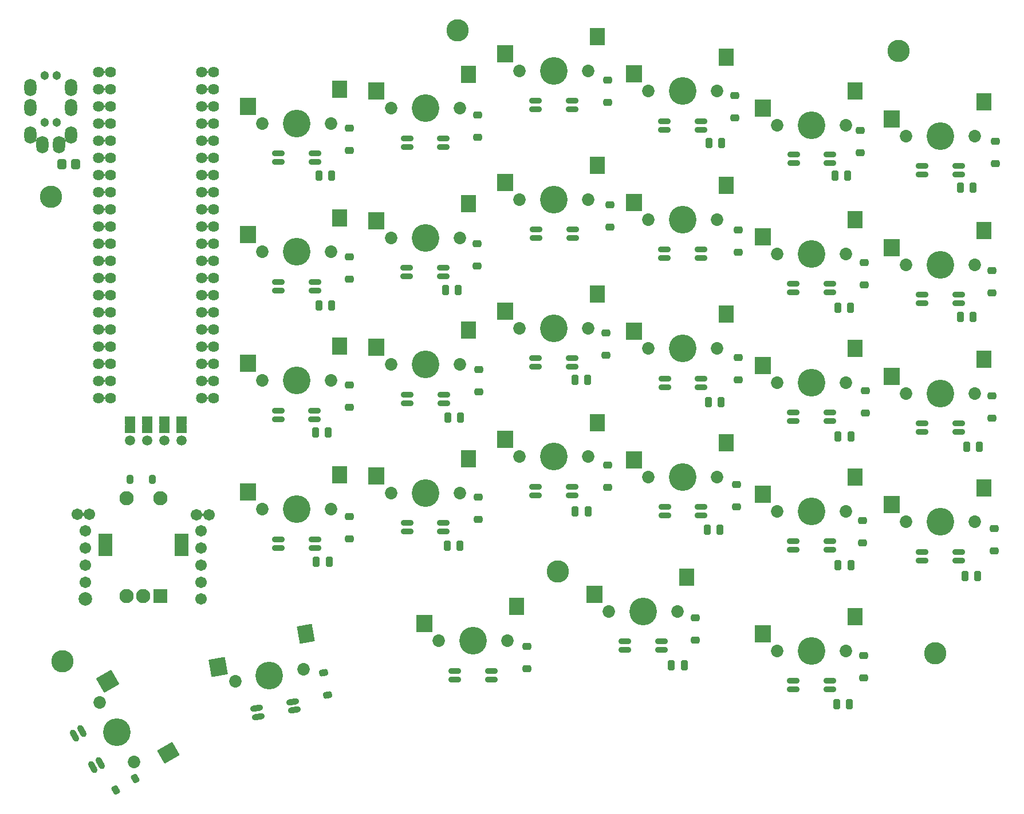
<source format=gbr>
G04 #@! TF.GenerationSoftware,KiCad,Pcbnew,6.0.0-rc1-unknown-b6ea9afb4f~144~ubuntu20.04.1*
G04 #@! TF.CreationDate,2021-11-30T19:06:32+00:00*
G04 #@! TF.ProjectId,grandiceps-rev3,6772616e-6469-4636-9570-732d72657633,rev?*
G04 #@! TF.SameCoordinates,Original*
G04 #@! TF.FileFunction,Soldermask,Bot*
G04 #@! TF.FilePolarity,Negative*
%FSLAX46Y46*%
G04 Gerber Fmt 4.6, Leading zero omitted, Abs format (unit mm)*
G04 Created by KiCad (PCBNEW 6.0.0-rc1-unknown-b6ea9afb4f~144~ubuntu20.04.1) date 2021-11-30 19:06:32*
%MOMM*%
%LPD*%
G01*
G04 APERTURE LIST*
G04 Aperture macros list*
%AMRoundRect*
0 Rectangle with rounded corners*
0 $1 Rounding radius*
0 $2 $3 $4 $5 $6 $7 $8 $9 X,Y pos of 4 corners*
0 Add a 4 corners polygon primitive as box body*
4,1,4,$2,$3,$4,$5,$6,$7,$8,$9,$2,$3,0*
0 Add four circle primitives for the rounded corners*
1,1,$1+$1,$2,$3*
1,1,$1+$1,$4,$5*
1,1,$1+$1,$6,$7*
1,1,$1+$1,$8,$9*
0 Add four rect primitives between the rounded corners*
20,1,$1+$1,$2,$3,$4,$5,0*
20,1,$1+$1,$4,$5,$6,$7,0*
20,1,$1+$1,$6,$7,$8,$9,0*
20,1,$1+$1,$8,$9,$2,$3,0*%
%AMHorizOval*
0 Thick line with rounded ends*
0 $1 width*
0 $2 $3 position (X,Y) of the first rounded end (center of the circle)*
0 $4 $5 position (X,Y) of the second rounded end (center of the circle)*
0 Add line between two ends*
20,1,$1,$2,$3,$4,$5,0*
0 Add two circle primitives to create the rounded ends*
1,1,$1,$2,$3*
1,1,$1,$4,$5*%
G04 Aperture macros list end*
%ADD10C,1.626000*%
%ADD11RoundRect,0.294750X-0.243750X-0.456250X0.243750X-0.456250X0.243750X0.456250X-0.243750X0.456250X0*%
%ADD12C,2.002000*%
%ADD13C,1.702000*%
%ADD14O,1.902000X0.922000*%
%ADD15HorizOval,0.922000X0.482556X0.085088X-0.482556X-0.085088X0*%
%ADD16C,1.499000*%
%ADD17HorizOval,0.922000X0.245000X-0.424352X-0.245000X0.424352X0*%
%ADD18RoundRect,0.276000X0.375000X-0.225000X0.375000X0.225000X-0.375000X0.225000X-0.375000X-0.225000X0*%
%ADD19RoundRect,0.276000X0.408374X-0.156464X0.330232X0.286700X-0.408374X0.156464X-0.330232X-0.286700X0*%
%ADD20RoundRect,0.276000X-0.007356X-0.437260X0.382356X-0.212260X0.007356X0.437260X-0.382356X0.212260X0*%
%ADD21RoundRect,0.276000X0.225000X0.375000X-0.225000X0.375000X-0.225000X-0.375000X0.225000X-0.375000X0*%
%ADD22C,3.302000*%
%ADD23C,1.852000*%
%ADD24C,4.089800*%
%ADD25RoundRect,0.051000X-1.075000X-1.250000X1.075000X-1.250000X1.075000X1.250000X-1.075000X1.250000X0*%
%ADD26RoundRect,0.051000X1.175000X1.250000X-1.175000X1.250000X-1.175000X-1.250000X1.175000X-1.250000X0*%
%ADD27RoundRect,0.051000X1.000000X-1.000000X1.000000X1.000000X-1.000000X1.000000X-1.000000X-1.000000X0*%
%ADD28C,2.102000*%
%ADD29RoundRect,0.051000X1.000000X-1.600000X1.000000X1.600000X-1.000000X1.600000X-1.000000X-1.600000X0*%
%ADD30RoundRect,0.051000X-1.620032X0.305977X-0.545032X-1.555977X1.620032X-0.305977X0.545032X1.555977X0*%
%ADD31RoundRect,0.051000X1.670032X-0.392580X0.495032X1.642580X-1.670032X0.392580X-0.495032X-1.642580X0*%
%ADD32RoundRect,0.051000X-0.841608X-1.417681X1.275729X-1.044338X0.841608X1.417681X-1.275729X1.044338X0*%
%ADD33RoundRect,0.051000X0.940089X1.435046X-1.374209X1.026973X-0.940089X-1.435046X1.374209X-1.026973X0*%
%ADD34C,1.302000*%
%ADD35O,1.802000X2.602000*%
%ADD36RoundRect,0.301000X-0.350000X-0.450000X0.350000X-0.450000X0.350000X0.450000X-0.350000X0.450000X0*%
%ADD37RoundRect,0.051000X-0.750000X0.500000X-0.750000X-0.500000X0.750000X-0.500000X0.750000X0.500000X0*%
G04 APERTURE END LIST*
D10*
X100813000Y-47167800D03*
X117831000Y-47167800D03*
X117831000Y-49707800D03*
X100813000Y-49707800D03*
X100813000Y-52247800D03*
X117831000Y-52247800D03*
X100813000Y-54787800D03*
X117831000Y-54787800D03*
X117831000Y-57327800D03*
X100813000Y-57327800D03*
X117831000Y-59867800D03*
X100813000Y-59867800D03*
X117831000Y-62407800D03*
X100813000Y-62407800D03*
X117831000Y-64947800D03*
X100813000Y-64947800D03*
X117831000Y-67487800D03*
X100813000Y-67487800D03*
X117831000Y-70027800D03*
X100813000Y-70027800D03*
X100813000Y-72567800D03*
X117831000Y-72567800D03*
X100813000Y-75107800D03*
X117831000Y-75107800D03*
X117831000Y-77647800D03*
X100813000Y-77647800D03*
X100813000Y-80187800D03*
X117831000Y-80187800D03*
X100813000Y-82727800D03*
X117831000Y-82727800D03*
X117831000Y-85267800D03*
X100813000Y-85267800D03*
X117831000Y-87807800D03*
X100813000Y-87807800D03*
X117831000Y-90347800D03*
X100813000Y-90347800D03*
X100813000Y-92887800D03*
X117831000Y-92887800D03*
X100813000Y-95427800D03*
X117831000Y-95427800D03*
X116053000Y-95427800D03*
X102591000Y-95427800D03*
X116053000Y-92887800D03*
X102591000Y-92887800D03*
X102591000Y-90347800D03*
X116053000Y-90347800D03*
X116053000Y-87807800D03*
X102591000Y-87807800D03*
X116053000Y-85267800D03*
X102591000Y-85267800D03*
X102591000Y-82727800D03*
X116053000Y-82727800D03*
X102591000Y-80187800D03*
X116053000Y-80187800D03*
X102591000Y-77647800D03*
X116053000Y-77647800D03*
X116053000Y-75107800D03*
X102591000Y-75107800D03*
X102591000Y-72567800D03*
X116053000Y-72567800D03*
X116053000Y-70027800D03*
X102591000Y-70027800D03*
X102591000Y-67487800D03*
X116053000Y-67487800D03*
X116053000Y-64947800D03*
X102591000Y-64947800D03*
X102591000Y-62407800D03*
X116053000Y-62407800D03*
X102591000Y-59867800D03*
X116053000Y-59867800D03*
X116053000Y-57327800D03*
X102591000Y-57327800D03*
X102591000Y-54787800D03*
X116053000Y-54787800D03*
X102591000Y-52247800D03*
X116053000Y-52247800D03*
X116053000Y-49707800D03*
X102591000Y-49707800D03*
X116053000Y-47167800D03*
X102591000Y-47167800D03*
D11*
X228955600Y-121742200D03*
X230830600Y-121742200D03*
X152453100Y-98298000D03*
X154328100Y-98298000D03*
X152430000Y-117246400D03*
X154305000Y-117246400D03*
D12*
X98896000Y-125146600D03*
D13*
X98896000Y-115036600D03*
X98896000Y-117576600D03*
X98896000Y-120116600D03*
X98896000Y-122656600D03*
X97671000Y-112646600D03*
X99521000Y-112646600D03*
D14*
X132824200Y-117607000D03*
X132824200Y-116327000D03*
X127424200Y-116327000D03*
X127424200Y-117607000D03*
X227998000Y-62362000D03*
X227998000Y-61082000D03*
X222598000Y-61082000D03*
X222598000Y-62362000D03*
D15*
X129763249Y-141613050D03*
X129540979Y-140352496D03*
X124223017Y-141290197D03*
X124445287Y-142550750D03*
D14*
X170873400Y-52710000D03*
X170873400Y-51430000D03*
X165473400Y-51430000D03*
X165473400Y-52710000D03*
D11*
X185549300Y-134950200D03*
X187424300Y-134950200D03*
X191038000Y-96062800D03*
X192913000Y-96062800D03*
D14*
X158910000Y-137063400D03*
X158910000Y-135783400D03*
X153510000Y-135783400D03*
X153510000Y-137063400D03*
D16*
X105537000Y-101676200D03*
X108077000Y-101676200D03*
X110617000Y-101676200D03*
X113157000Y-101676200D03*
D14*
X151874200Y-96194800D03*
X151874200Y-94914800D03*
X146474200Y-94914800D03*
X146474200Y-96194800D03*
X132798800Y-98557000D03*
X132798800Y-97277000D03*
X127398800Y-97277000D03*
X127398800Y-98557000D03*
X132824200Y-60482400D03*
X132824200Y-59202400D03*
X127424200Y-59202400D03*
X127424200Y-60482400D03*
X189923400Y-55707200D03*
X189923400Y-54427200D03*
X184523400Y-54427200D03*
X184523400Y-55707200D03*
X208973400Y-79786400D03*
X208973400Y-78506400D03*
X203573400Y-78506400D03*
X203573400Y-79786400D03*
X132824200Y-79532400D03*
X132824200Y-78252400D03*
X127424200Y-78252400D03*
X127424200Y-79532400D03*
X170848000Y-109860000D03*
X170848000Y-108580000D03*
X165448000Y-108580000D03*
X165448000Y-109860000D03*
D17*
X100002935Y-150054469D03*
X101111447Y-149414469D03*
X98411447Y-144737931D03*
X97302935Y-145377931D03*
D14*
X170848000Y-90784600D03*
X170848000Y-89504600D03*
X165448000Y-89504600D03*
X165448000Y-90784600D03*
X227972600Y-81386600D03*
X227972600Y-80106600D03*
X222572600Y-80106600D03*
X222572600Y-81386600D03*
X208973400Y-98861800D03*
X208973400Y-97581800D03*
X203573400Y-97581800D03*
X203573400Y-98861800D03*
D11*
X133456200Y-62458600D03*
X135331200Y-62458600D03*
D14*
X151848800Y-58247200D03*
X151848800Y-56967200D03*
X146448800Y-56967200D03*
X146448800Y-58247200D03*
X189948800Y-93807200D03*
X189948800Y-92527200D03*
X184548800Y-92527200D03*
X184548800Y-93807200D03*
D11*
X229184200Y-102641400D03*
X231059200Y-102641400D03*
X132920500Y-100507800D03*
X134795500Y-100507800D03*
X210187300Y-101066600D03*
X212062300Y-101066600D03*
D14*
X227998000Y-119486600D03*
X227998000Y-118206600D03*
X222598000Y-118206600D03*
X222598000Y-119486600D03*
D11*
X228272100Y-64236600D03*
X230147100Y-64236600D03*
D14*
X208973400Y-138562000D03*
X208973400Y-137282000D03*
X203573400Y-137282000D03*
X203573400Y-138562000D03*
D11*
X171323000Y-112217200D03*
X173198000Y-112217200D03*
D14*
X208948000Y-117861000D03*
X208948000Y-116581000D03*
X203548000Y-116581000D03*
X203548000Y-117861000D03*
X189948800Y-112831800D03*
X189948800Y-111551800D03*
X184548800Y-111551800D03*
X184548800Y-112831800D03*
D11*
X209730100Y-62534800D03*
X211605100Y-62534800D03*
D14*
X189923400Y-74731800D03*
X189923400Y-73451800D03*
X184523400Y-73451800D03*
X184523400Y-74731800D03*
X208998800Y-60609400D03*
X208998800Y-59329400D03*
X203598800Y-59329400D03*
X203598800Y-60609400D03*
D11*
X209984100Y-140766800D03*
X211859100Y-140766800D03*
D14*
X151823400Y-77424200D03*
X151823400Y-76144200D03*
X146423400Y-76144200D03*
X146423400Y-77424200D03*
X170949600Y-71760000D03*
X170949600Y-70480000D03*
X165549600Y-70480000D03*
X165549600Y-71760000D03*
X184056000Y-132720000D03*
X184056000Y-131440000D03*
X178656000Y-131440000D03*
X178656000Y-132720000D03*
X151848800Y-115194000D03*
X151848800Y-113914000D03*
X146448800Y-113914000D03*
X146448800Y-115194000D03*
X227998000Y-100436600D03*
X227998000Y-99156600D03*
X222598000Y-99156600D03*
X222598000Y-100436600D03*
D11*
X190834800Y-114909600D03*
X192709800Y-114909600D03*
X171276800Y-92735400D03*
X173151800Y-92735400D03*
X210187300Y-120192800D03*
X212062300Y-120192800D03*
X133428500Y-81737200D03*
X135303500Y-81737200D03*
X152173700Y-79451200D03*
X154048700Y-79451200D03*
X210161900Y-82042000D03*
X212036900Y-82042000D03*
D18*
X233426000Y-60678600D03*
X233426000Y-57378600D03*
X213487000Y-59104800D03*
X213487000Y-55804800D03*
X194945000Y-53973000D03*
X194945000Y-50673000D03*
X176123600Y-51636200D03*
X176123600Y-48336200D03*
X156895800Y-56844200D03*
X156895800Y-53544200D03*
D19*
X134728719Y-139343733D03*
X134155681Y-136093867D03*
D20*
X103396858Y-153402800D03*
X106254742Y-151752800D03*
D21*
X108760800Y-107467400D03*
X105460800Y-107467400D03*
D18*
X232918000Y-79855600D03*
X232918000Y-76555600D03*
X214071200Y-78637400D03*
X214071200Y-75337400D03*
X195453000Y-73812400D03*
X195453000Y-70512400D03*
X176428400Y-70102000D03*
X176428400Y-66802000D03*
X156819600Y-75842400D03*
X156819600Y-72542400D03*
X137916400Y-77824600D03*
X137916400Y-74524600D03*
X232943400Y-98399600D03*
X232943400Y-95099600D03*
X214249000Y-97610200D03*
X214249000Y-94310200D03*
X195453000Y-92682600D03*
X195453000Y-89382600D03*
X175895000Y-89075800D03*
X175895000Y-85775800D03*
X157073600Y-94487000D03*
X157073600Y-91187000D03*
X137947400Y-96823800D03*
X137947400Y-93523800D03*
X233222800Y-118057200D03*
X233222800Y-114757200D03*
X213766400Y-116838000D03*
X213766400Y-113538000D03*
X195173600Y-111529400D03*
X195173600Y-108229400D03*
X176149000Y-108608400D03*
X176149000Y-105308400D03*
X156972000Y-113409000D03*
X156972000Y-110109000D03*
X137916400Y-116280200D03*
X137916400Y-112980200D03*
X213969600Y-136853200D03*
X213969600Y-133553200D03*
X189052200Y-131215400D03*
X189052200Y-127915400D03*
X164134800Y-135482600D03*
X164134800Y-132182600D03*
D22*
X219100400Y-44069000D03*
X168783000Y-121081800D03*
X95504000Y-134366000D03*
X224561000Y-133198000D03*
X153924000Y-40995600D03*
X93776600Y-65608200D03*
D11*
X133049800Y-119608600D03*
X134924800Y-119608600D03*
D23*
X220218000Y-75682000D03*
X230378000Y-75682000D03*
D24*
X225298000Y-75682000D03*
D25*
X231697200Y-70614700D03*
D26*
X218086000Y-73142000D03*
D24*
X206273000Y-55039800D03*
D23*
X201193000Y-55039800D03*
X211353000Y-55039800D03*
D25*
X212672200Y-49972500D03*
D26*
X199061000Y-52499800D03*
D23*
X144073000Y-109498000D03*
X154233000Y-109498000D03*
D24*
X149153000Y-109498000D03*
D25*
X155552200Y-104430700D03*
D26*
X141941000Y-106958000D03*
D23*
X135193000Y-111878000D03*
X125033000Y-111878000D03*
D24*
X130113000Y-111878000D03*
D25*
X136512200Y-106810700D03*
D26*
X122901000Y-109338000D03*
D23*
X173228000Y-104110200D03*
X163068000Y-104110200D03*
D24*
X168148000Y-104110200D03*
D25*
X174547200Y-99042900D03*
D26*
X160936000Y-101570200D03*
D24*
X130113000Y-54757800D03*
D23*
X135193000Y-54757800D03*
X125033000Y-54757800D03*
D25*
X136512200Y-49690500D03*
D26*
X122901000Y-52217800D03*
D23*
X211353000Y-132842000D03*
D24*
X206273000Y-132842000D03*
D23*
X201193000Y-132842000D03*
D25*
X212672200Y-127774700D03*
D26*
X199061000Y-130302000D03*
D27*
X109982000Y-124714000D03*
D28*
X104982000Y-124714000D03*
X107482000Y-124714000D03*
D29*
X101882000Y-117214000D03*
X113082000Y-117214000D03*
D28*
X104982000Y-110214000D03*
X109982000Y-110214000D03*
D24*
X149153000Y-52537800D03*
D23*
X144073000Y-52537800D03*
X154233000Y-52537800D03*
D25*
X155552200Y-47470500D03*
D26*
X141941000Y-49997800D03*
D24*
X187233000Y-107118000D03*
D23*
X182153000Y-107118000D03*
X192313000Y-107118000D03*
D25*
X193632200Y-102050700D03*
D26*
X180021000Y-104578000D03*
D24*
X130113000Y-73797800D03*
D23*
X125033000Y-73797800D03*
X135193000Y-73797800D03*
D25*
X136512200Y-68730500D03*
D26*
X122901000Y-71257800D03*
D24*
X156210000Y-131318000D03*
D23*
X161290000Y-131318000D03*
X151130000Y-131318000D03*
D25*
X162609200Y-126250700D03*
D26*
X148998000Y-128778000D03*
D23*
X106115000Y-149299409D03*
D24*
X103575000Y-144900000D03*
D23*
X101035000Y-140500591D03*
D30*
X111163011Y-147908220D03*
D31*
X102168705Y-137384225D03*
D23*
X121110377Y-137341933D03*
D24*
X126113200Y-136459800D03*
D23*
X131116023Y-135577667D03*
D32*
X131535254Y-130358274D03*
D33*
X118569700Y-135210739D03*
D23*
X230378000Y-94722000D03*
D24*
X225298000Y-94722000D03*
D23*
X220218000Y-94722000D03*
D25*
X231697200Y-89654700D03*
D26*
X218086000Y-92182000D03*
D23*
X144073000Y-90457800D03*
D24*
X149153000Y-90457800D03*
D23*
X154233000Y-90457800D03*
D25*
X155552200Y-85390500D03*
D26*
X141941000Y-87917800D03*
D23*
X163068000Y-66030000D03*
D24*
X168148000Y-66030000D03*
D23*
X173228000Y-66030000D03*
D25*
X174547200Y-60962700D03*
D26*
X160936000Y-63490000D03*
D23*
X211353000Y-112160000D03*
X201193000Y-112160000D03*
D24*
X206273000Y-112160000D03*
D25*
X212672200Y-107092700D03*
D26*
X199061000Y-109620000D03*
D23*
X173228000Y-85070000D03*
D24*
X168148000Y-85070000D03*
D23*
X163068000Y-85070000D03*
D25*
X174547200Y-80002700D03*
D26*
X160936000Y-82530000D03*
D23*
X154233000Y-71737800D03*
D24*
X149153000Y-71737800D03*
D23*
X144073000Y-71737800D03*
D25*
X155552200Y-66670500D03*
D26*
X141941000Y-69197800D03*
D23*
X182153000Y-69037800D03*
D24*
X187233000Y-69037800D03*
D23*
X192313000Y-69037800D03*
D25*
X193632200Y-63970500D03*
D26*
X180021000Y-66497800D03*
D23*
X182153000Y-49997800D03*
X192313000Y-49997800D03*
D24*
X187233000Y-49997800D03*
D25*
X193632200Y-44930500D03*
D26*
X180021000Y-47457800D03*
D23*
X125033000Y-92837800D03*
X135193000Y-92837800D03*
D24*
X130113000Y-92837800D03*
D25*
X136512200Y-87770500D03*
D26*
X122901000Y-90297800D03*
D23*
X220218000Y-56642000D03*
X230378000Y-56642000D03*
D24*
X225298000Y-56642000D03*
D25*
X231697200Y-51574700D03*
D26*
X218086000Y-54102000D03*
D23*
X173228000Y-46990000D03*
D24*
X168148000Y-46990000D03*
D23*
X163068000Y-46990000D03*
D25*
X174547200Y-41922700D03*
D26*
X160936000Y-44450000D03*
D23*
X201193000Y-93119800D03*
X211353000Y-93119800D03*
D24*
X206273000Y-93119800D03*
D25*
X212672200Y-88052500D03*
D26*
X199061000Y-90579800D03*
D24*
X187233000Y-88077800D03*
D23*
X182153000Y-88077800D03*
X192313000Y-88077800D03*
D25*
X193632200Y-83010500D03*
D26*
X180021000Y-85537800D03*
D23*
X176276000Y-127000000D03*
X186436000Y-127000000D03*
D24*
X181356000Y-127000000D03*
D25*
X187755200Y-121932700D03*
D26*
X174144000Y-124460000D03*
D24*
X206273000Y-74079800D03*
D23*
X211353000Y-74079800D03*
X201193000Y-74079800D03*
D25*
X212672200Y-69012500D03*
D26*
X199061000Y-71539800D03*
D23*
X220218000Y-113762200D03*
X230378000Y-113762200D03*
D24*
X225298000Y-113762200D03*
D25*
X231697200Y-108694900D03*
D26*
X218086000Y-111222200D03*
D18*
X137947400Y-58774600D03*
X137947400Y-55474600D03*
D11*
X191084200Y-57658000D03*
X192959200Y-57658000D03*
X228295200Y-83388200D03*
X230170200Y-83388200D03*
D34*
X94637600Y-47651800D03*
X92887600Y-54651800D03*
X92887600Y-47651800D03*
X94637600Y-54651800D03*
D35*
X92537600Y-57951800D03*
X94987600Y-57951800D03*
X96737600Y-49451800D03*
X90787600Y-49451800D03*
X90787600Y-52451800D03*
X96737600Y-52451800D03*
X90787600Y-56451800D03*
X96737600Y-56451800D03*
D36*
X95418400Y-60807600D03*
X97418400Y-60807600D03*
D37*
X113106200Y-98729800D03*
X113106200Y-100029800D03*
D13*
X115962600Y-125172000D03*
X115962600Y-115062000D03*
X115962600Y-117602000D03*
X115962600Y-120142000D03*
X115962600Y-122682000D03*
X117187600Y-112672000D03*
X115337600Y-112672000D03*
D37*
X105537000Y-98729800D03*
X105537000Y-100029800D03*
X110617000Y-98729800D03*
X110617000Y-100029800D03*
X108077000Y-98729800D03*
X108077000Y-100029800D03*
G36*
X116409124Y-112333326D02*
G01*
X116409315Y-112334980D01*
X116357163Y-112495485D01*
X116338611Y-112672000D01*
X116357163Y-112848515D01*
X116405636Y-112997699D01*
X116405220Y-112999655D01*
X116403318Y-113000273D01*
X116401955Y-112999231D01*
X116395139Y-112985968D01*
X116394995Y-112985605D01*
X116380683Y-112935693D01*
X116343450Y-112876941D01*
X116280634Y-112847771D01*
X116212021Y-112857192D01*
X116159263Y-112902323D01*
X116145620Y-112930615D01*
X116143310Y-112937561D01*
X116141814Y-112938889D01*
X116139916Y-112938258D01*
X116139510Y-112936312D01*
X116168037Y-112848515D01*
X116186589Y-112672000D01*
X116168037Y-112495485D01*
X116117726Y-112340644D01*
X116118142Y-112338688D01*
X116120044Y-112338070D01*
X116121394Y-112339087D01*
X116125601Y-112347000D01*
X116125750Y-112347361D01*
X116144840Y-112410592D01*
X116182889Y-112468818D01*
X116246107Y-112497110D01*
X116314583Y-112486732D01*
X116366702Y-112440870D01*
X116379953Y-112412384D01*
X116404062Y-112336385D01*
X116404215Y-112336026D01*
X116405660Y-112333398D01*
X116407371Y-112332362D01*
X116409124Y-112333326D01*
G37*
G36*
X98742524Y-112307926D02*
G01*
X98742715Y-112309580D01*
X98690563Y-112470085D01*
X98672011Y-112646600D01*
X98690563Y-112823115D01*
X98739036Y-112972299D01*
X98738620Y-112974255D01*
X98736718Y-112974873D01*
X98735355Y-112973831D01*
X98728539Y-112960568D01*
X98728395Y-112960205D01*
X98714083Y-112910293D01*
X98676850Y-112851541D01*
X98614034Y-112822371D01*
X98545421Y-112831792D01*
X98492663Y-112876923D01*
X98479020Y-112905215D01*
X98476710Y-112912161D01*
X98475214Y-112913489D01*
X98473316Y-112912858D01*
X98472910Y-112910912D01*
X98501437Y-112823115D01*
X98519989Y-112646600D01*
X98501437Y-112470085D01*
X98451126Y-112315244D01*
X98451542Y-112313288D01*
X98453444Y-112312670D01*
X98454794Y-112313687D01*
X98459001Y-112321600D01*
X98459150Y-112321961D01*
X98478240Y-112385192D01*
X98516289Y-112443418D01*
X98579507Y-112471710D01*
X98647983Y-112461332D01*
X98700102Y-112415470D01*
X98713353Y-112386984D01*
X98737462Y-112310985D01*
X98737615Y-112310626D01*
X98739060Y-112307998D01*
X98740771Y-112306962D01*
X98742524Y-112307926D01*
G37*
G36*
X106303668Y-99276465D02*
G01*
X106304058Y-99278427D01*
X106303699Y-99279067D01*
X106260511Y-99330746D01*
X106251880Y-99399461D01*
X106281844Y-99462091D01*
X106302682Y-99480148D01*
X106303336Y-99482038D01*
X106302026Y-99483549D01*
X106300982Y-99483621D01*
X106286801Y-99480800D01*
X104787199Y-99480800D01*
X104772226Y-99483778D01*
X104770332Y-99483135D01*
X104769942Y-99481173D01*
X104770301Y-99480533D01*
X104813489Y-99428854D01*
X104822120Y-99360139D01*
X104792156Y-99297509D01*
X104771318Y-99279452D01*
X104770664Y-99277562D01*
X104771974Y-99276051D01*
X104773018Y-99275979D01*
X104787199Y-99278800D01*
X106286801Y-99278800D01*
X106301774Y-99275822D01*
X106303668Y-99276465D01*
G37*
G36*
X113872868Y-99276465D02*
G01*
X113873258Y-99278427D01*
X113872899Y-99279067D01*
X113829711Y-99330746D01*
X113821080Y-99399461D01*
X113851044Y-99462091D01*
X113871882Y-99480148D01*
X113872536Y-99482038D01*
X113871226Y-99483549D01*
X113870182Y-99483621D01*
X113856001Y-99480800D01*
X112356399Y-99480800D01*
X112341426Y-99483778D01*
X112339532Y-99483135D01*
X112339142Y-99481173D01*
X112339501Y-99480533D01*
X112382689Y-99428854D01*
X112391320Y-99360139D01*
X112361356Y-99297509D01*
X112340518Y-99279452D01*
X112339864Y-99277562D01*
X112341174Y-99276051D01*
X112342218Y-99275979D01*
X112356399Y-99278800D01*
X113856001Y-99278800D01*
X113870974Y-99275822D01*
X113872868Y-99276465D01*
G37*
G36*
X108843668Y-99276465D02*
G01*
X108844058Y-99278427D01*
X108843699Y-99279067D01*
X108800511Y-99330746D01*
X108791880Y-99399461D01*
X108821844Y-99462091D01*
X108842682Y-99480148D01*
X108843336Y-99482038D01*
X108842026Y-99483549D01*
X108840982Y-99483621D01*
X108826801Y-99480800D01*
X107327199Y-99480800D01*
X107312226Y-99483778D01*
X107310332Y-99483135D01*
X107309942Y-99481173D01*
X107310301Y-99480533D01*
X107353489Y-99428854D01*
X107362120Y-99360139D01*
X107332156Y-99297509D01*
X107311318Y-99279452D01*
X107310664Y-99277562D01*
X107311974Y-99276051D01*
X107313018Y-99275979D01*
X107327199Y-99278800D01*
X108826801Y-99278800D01*
X108841774Y-99275822D01*
X108843668Y-99276465D01*
G37*
G36*
X111383668Y-99276465D02*
G01*
X111384058Y-99278427D01*
X111383699Y-99279067D01*
X111340511Y-99330746D01*
X111331880Y-99399461D01*
X111361844Y-99462091D01*
X111382682Y-99480148D01*
X111383336Y-99482038D01*
X111382026Y-99483549D01*
X111380982Y-99483621D01*
X111366801Y-99480800D01*
X109867199Y-99480800D01*
X109852226Y-99483778D01*
X109850332Y-99483135D01*
X109849942Y-99481173D01*
X109850301Y-99480533D01*
X109893489Y-99428854D01*
X109902120Y-99360139D01*
X109872156Y-99297509D01*
X109851318Y-99279452D01*
X109850664Y-99277562D01*
X109851974Y-99276051D01*
X109853018Y-99275979D01*
X109867199Y-99278800D01*
X111366801Y-99278800D01*
X111381774Y-99275822D01*
X111383668Y-99276465D01*
G37*
G36*
X101585569Y-95183727D02*
G01*
X101624194Y-95240215D01*
X101687988Y-95267174D01*
X101756234Y-95255364D01*
X101807391Y-95208413D01*
X101815044Y-95191655D01*
X101816673Y-95190495D01*
X101818492Y-95191326D01*
X101818742Y-95193170D01*
X101802752Y-95237101D01*
X101780091Y-95416478D01*
X101797734Y-95596411D01*
X101822508Y-95670886D01*
X101822106Y-95672845D01*
X101820208Y-95673476D01*
X101818959Y-95672646D01*
X101779806Y-95615385D01*
X101716012Y-95588426D01*
X101647766Y-95600236D01*
X101596609Y-95647187D01*
X101593333Y-95654361D01*
X101591704Y-95655521D01*
X101589885Y-95654690D01*
X101589644Y-95652820D01*
X101598508Y-95629485D01*
X101623685Y-95450345D01*
X101623998Y-95427900D01*
X101603833Y-95248126D01*
X101582029Y-95185514D01*
X101582404Y-95183549D01*
X101584293Y-95182891D01*
X101585569Y-95183727D01*
G37*
G36*
X116825569Y-95183727D02*
G01*
X116864194Y-95240215D01*
X116927988Y-95267174D01*
X116996234Y-95255364D01*
X117047391Y-95208413D01*
X117055044Y-95191655D01*
X117056673Y-95190495D01*
X117058492Y-95191326D01*
X117058742Y-95193170D01*
X117042752Y-95237101D01*
X117020091Y-95416478D01*
X117037734Y-95596411D01*
X117062508Y-95670886D01*
X117062106Y-95672845D01*
X117060208Y-95673476D01*
X117058959Y-95672646D01*
X117019806Y-95615385D01*
X116956012Y-95588426D01*
X116887766Y-95600236D01*
X116836609Y-95647187D01*
X116833333Y-95654361D01*
X116831704Y-95655521D01*
X116829885Y-95654690D01*
X116829644Y-95652820D01*
X116838508Y-95629485D01*
X116863685Y-95450345D01*
X116863998Y-95427900D01*
X116843833Y-95248126D01*
X116822029Y-95185514D01*
X116822404Y-95183549D01*
X116824293Y-95182891D01*
X116825569Y-95183727D01*
G37*
G36*
X101585569Y-92643727D02*
G01*
X101624194Y-92700215D01*
X101687988Y-92727174D01*
X101756234Y-92715364D01*
X101807391Y-92668413D01*
X101815044Y-92651655D01*
X101816673Y-92650495D01*
X101818492Y-92651326D01*
X101818742Y-92653170D01*
X101802752Y-92697101D01*
X101780091Y-92876478D01*
X101797734Y-93056411D01*
X101822508Y-93130886D01*
X101822106Y-93132845D01*
X101820208Y-93133476D01*
X101818959Y-93132646D01*
X101779806Y-93075385D01*
X101716012Y-93048426D01*
X101647766Y-93060236D01*
X101596609Y-93107187D01*
X101593333Y-93114361D01*
X101591704Y-93115521D01*
X101589885Y-93114690D01*
X101589644Y-93112820D01*
X101598508Y-93089485D01*
X101623685Y-92910345D01*
X101623998Y-92887900D01*
X101603833Y-92708126D01*
X101582029Y-92645514D01*
X101582404Y-92643549D01*
X101584293Y-92642891D01*
X101585569Y-92643727D01*
G37*
G36*
X116825569Y-92643727D02*
G01*
X116864194Y-92700215D01*
X116927988Y-92727174D01*
X116996234Y-92715364D01*
X117047391Y-92668413D01*
X117055044Y-92651655D01*
X117056673Y-92650495D01*
X117058492Y-92651326D01*
X117058742Y-92653170D01*
X117042752Y-92697101D01*
X117020091Y-92876478D01*
X117037734Y-93056411D01*
X117062508Y-93130886D01*
X117062106Y-93132845D01*
X117060208Y-93133476D01*
X117058959Y-93132646D01*
X117019806Y-93075385D01*
X116956012Y-93048426D01*
X116887766Y-93060236D01*
X116836609Y-93107187D01*
X116833333Y-93114361D01*
X116831704Y-93115521D01*
X116829885Y-93114690D01*
X116829644Y-93112820D01*
X116838508Y-93089485D01*
X116863685Y-92910345D01*
X116863998Y-92887900D01*
X116843833Y-92708126D01*
X116822029Y-92645514D01*
X116822404Y-92643549D01*
X116824293Y-92642891D01*
X116825569Y-92643727D01*
G37*
G36*
X101585569Y-90103727D02*
G01*
X101624194Y-90160215D01*
X101687988Y-90187174D01*
X101756234Y-90175364D01*
X101807391Y-90128413D01*
X101815044Y-90111655D01*
X101816673Y-90110495D01*
X101818492Y-90111326D01*
X101818742Y-90113170D01*
X101802752Y-90157101D01*
X101780091Y-90336478D01*
X101797734Y-90516411D01*
X101822508Y-90590886D01*
X101822106Y-90592845D01*
X101820208Y-90593476D01*
X101818959Y-90592646D01*
X101779806Y-90535385D01*
X101716012Y-90508426D01*
X101647766Y-90520236D01*
X101596609Y-90567187D01*
X101593333Y-90574361D01*
X101591704Y-90575521D01*
X101589885Y-90574690D01*
X101589644Y-90572820D01*
X101598508Y-90549485D01*
X101623685Y-90370345D01*
X101623998Y-90347900D01*
X101603833Y-90168126D01*
X101582029Y-90105514D01*
X101582404Y-90103549D01*
X101584293Y-90102891D01*
X101585569Y-90103727D01*
G37*
G36*
X116825569Y-90103727D02*
G01*
X116864194Y-90160215D01*
X116927988Y-90187174D01*
X116996234Y-90175364D01*
X117047391Y-90128413D01*
X117055044Y-90111655D01*
X117056673Y-90110495D01*
X117058492Y-90111326D01*
X117058742Y-90113170D01*
X117042752Y-90157101D01*
X117020091Y-90336478D01*
X117037734Y-90516411D01*
X117062508Y-90590886D01*
X117062106Y-90592845D01*
X117060208Y-90593476D01*
X117058959Y-90592646D01*
X117019806Y-90535385D01*
X116956012Y-90508426D01*
X116887766Y-90520236D01*
X116836609Y-90567187D01*
X116833333Y-90574361D01*
X116831704Y-90575521D01*
X116829885Y-90574690D01*
X116829644Y-90572820D01*
X116838508Y-90549485D01*
X116863685Y-90370345D01*
X116863998Y-90347900D01*
X116843833Y-90168126D01*
X116822029Y-90105514D01*
X116822404Y-90103549D01*
X116824293Y-90102891D01*
X116825569Y-90103727D01*
G37*
G36*
X101585569Y-87563727D02*
G01*
X101624194Y-87620215D01*
X101687988Y-87647174D01*
X101756234Y-87635364D01*
X101807391Y-87588413D01*
X101815044Y-87571655D01*
X101816673Y-87570495D01*
X101818492Y-87571326D01*
X101818742Y-87573170D01*
X101802752Y-87617101D01*
X101780091Y-87796478D01*
X101797734Y-87976411D01*
X101822508Y-88050886D01*
X101822106Y-88052845D01*
X101820208Y-88053476D01*
X101818959Y-88052646D01*
X101779806Y-87995385D01*
X101716012Y-87968426D01*
X101647766Y-87980236D01*
X101596609Y-88027187D01*
X101593333Y-88034361D01*
X101591704Y-88035521D01*
X101589885Y-88034690D01*
X101589644Y-88032820D01*
X101598508Y-88009485D01*
X101623685Y-87830345D01*
X101623998Y-87807900D01*
X101603833Y-87628126D01*
X101582029Y-87565514D01*
X101582404Y-87563549D01*
X101584293Y-87562891D01*
X101585569Y-87563727D01*
G37*
G36*
X116825569Y-87563727D02*
G01*
X116864194Y-87620215D01*
X116927988Y-87647174D01*
X116996234Y-87635364D01*
X117047391Y-87588413D01*
X117055044Y-87571655D01*
X117056673Y-87570495D01*
X117058492Y-87571326D01*
X117058742Y-87573170D01*
X117042752Y-87617101D01*
X117020091Y-87796478D01*
X117037734Y-87976411D01*
X117062508Y-88050886D01*
X117062106Y-88052845D01*
X117060208Y-88053476D01*
X117058959Y-88052646D01*
X117019806Y-87995385D01*
X116956012Y-87968426D01*
X116887766Y-87980236D01*
X116836609Y-88027187D01*
X116833333Y-88034361D01*
X116831704Y-88035521D01*
X116829885Y-88034690D01*
X116829644Y-88032820D01*
X116838508Y-88009485D01*
X116863685Y-87830345D01*
X116863998Y-87807900D01*
X116843833Y-87628126D01*
X116822029Y-87565514D01*
X116822404Y-87563549D01*
X116824293Y-87562891D01*
X116825569Y-87563727D01*
G37*
G36*
X101585569Y-85023727D02*
G01*
X101624194Y-85080215D01*
X101687988Y-85107174D01*
X101756234Y-85095364D01*
X101807391Y-85048413D01*
X101815044Y-85031655D01*
X101816673Y-85030495D01*
X101818492Y-85031326D01*
X101818742Y-85033170D01*
X101802752Y-85077101D01*
X101780091Y-85256478D01*
X101797734Y-85436411D01*
X101822508Y-85510886D01*
X101822106Y-85512845D01*
X101820208Y-85513476D01*
X101818959Y-85512646D01*
X101779806Y-85455385D01*
X101716012Y-85428426D01*
X101647766Y-85440236D01*
X101596609Y-85487187D01*
X101593333Y-85494361D01*
X101591704Y-85495521D01*
X101589885Y-85494690D01*
X101589644Y-85492820D01*
X101598508Y-85469485D01*
X101623685Y-85290345D01*
X101623998Y-85267900D01*
X101603833Y-85088126D01*
X101582029Y-85025514D01*
X101582404Y-85023549D01*
X101584293Y-85022891D01*
X101585569Y-85023727D01*
G37*
G36*
X116825569Y-85023727D02*
G01*
X116864194Y-85080215D01*
X116927988Y-85107174D01*
X116996234Y-85095364D01*
X117047391Y-85048413D01*
X117055044Y-85031655D01*
X117056673Y-85030495D01*
X117058492Y-85031326D01*
X117058742Y-85033170D01*
X117042752Y-85077101D01*
X117020091Y-85256478D01*
X117037734Y-85436411D01*
X117062508Y-85510886D01*
X117062106Y-85512845D01*
X117060208Y-85513476D01*
X117058959Y-85512646D01*
X117019806Y-85455385D01*
X116956012Y-85428426D01*
X116887766Y-85440236D01*
X116836609Y-85487187D01*
X116833333Y-85494361D01*
X116831704Y-85495521D01*
X116829885Y-85494690D01*
X116829644Y-85492820D01*
X116838508Y-85469485D01*
X116863685Y-85290345D01*
X116863998Y-85267900D01*
X116843833Y-85088126D01*
X116822029Y-85025514D01*
X116822404Y-85023549D01*
X116824293Y-85022891D01*
X116825569Y-85023727D01*
G37*
G36*
X101585569Y-82483727D02*
G01*
X101624194Y-82540215D01*
X101687988Y-82567174D01*
X101756234Y-82555364D01*
X101807391Y-82508413D01*
X101815044Y-82491655D01*
X101816673Y-82490495D01*
X101818492Y-82491326D01*
X101818742Y-82493170D01*
X101802752Y-82537101D01*
X101780091Y-82716478D01*
X101797734Y-82896411D01*
X101822508Y-82970886D01*
X101822106Y-82972845D01*
X101820208Y-82973476D01*
X101818959Y-82972646D01*
X101779806Y-82915385D01*
X101716012Y-82888426D01*
X101647766Y-82900236D01*
X101596609Y-82947187D01*
X101593333Y-82954361D01*
X101591704Y-82955521D01*
X101589885Y-82954690D01*
X101589644Y-82952820D01*
X101598508Y-82929485D01*
X101623685Y-82750345D01*
X101623998Y-82727900D01*
X101603833Y-82548126D01*
X101582029Y-82485514D01*
X101582404Y-82483549D01*
X101584293Y-82482891D01*
X101585569Y-82483727D01*
G37*
G36*
X116825569Y-82483727D02*
G01*
X116864194Y-82540215D01*
X116927988Y-82567174D01*
X116996234Y-82555364D01*
X117047391Y-82508413D01*
X117055044Y-82491655D01*
X117056673Y-82490495D01*
X117058492Y-82491326D01*
X117058742Y-82493170D01*
X117042752Y-82537101D01*
X117020091Y-82716478D01*
X117037734Y-82896411D01*
X117062508Y-82970886D01*
X117062106Y-82972845D01*
X117060208Y-82973476D01*
X117058959Y-82972646D01*
X117019806Y-82915385D01*
X116956012Y-82888426D01*
X116887766Y-82900236D01*
X116836609Y-82947187D01*
X116833333Y-82954361D01*
X116831704Y-82955521D01*
X116829885Y-82954690D01*
X116829644Y-82952820D01*
X116838508Y-82929485D01*
X116863685Y-82750345D01*
X116863998Y-82727900D01*
X116843833Y-82548126D01*
X116822029Y-82485514D01*
X116822404Y-82483549D01*
X116824293Y-82482891D01*
X116825569Y-82483727D01*
G37*
G36*
X101585569Y-79943727D02*
G01*
X101624194Y-80000215D01*
X101687988Y-80027174D01*
X101756234Y-80015364D01*
X101807391Y-79968413D01*
X101815044Y-79951655D01*
X101816673Y-79950495D01*
X101818492Y-79951326D01*
X101818742Y-79953170D01*
X101802752Y-79997101D01*
X101780091Y-80176478D01*
X101797734Y-80356411D01*
X101822508Y-80430886D01*
X101822106Y-80432845D01*
X101820208Y-80433476D01*
X101818959Y-80432646D01*
X101779806Y-80375385D01*
X101716012Y-80348426D01*
X101647766Y-80360236D01*
X101596609Y-80407187D01*
X101593333Y-80414361D01*
X101591704Y-80415521D01*
X101589885Y-80414690D01*
X101589644Y-80412820D01*
X101598508Y-80389485D01*
X101623685Y-80210345D01*
X101623998Y-80187900D01*
X101603833Y-80008126D01*
X101582029Y-79945514D01*
X101582404Y-79943549D01*
X101584293Y-79942891D01*
X101585569Y-79943727D01*
G37*
G36*
X116825569Y-79943727D02*
G01*
X116864194Y-80000215D01*
X116927988Y-80027174D01*
X116996234Y-80015364D01*
X117047391Y-79968413D01*
X117055044Y-79951655D01*
X117056673Y-79950495D01*
X117058492Y-79951326D01*
X117058742Y-79953170D01*
X117042752Y-79997101D01*
X117020091Y-80176478D01*
X117037734Y-80356411D01*
X117062508Y-80430886D01*
X117062106Y-80432845D01*
X117060208Y-80433476D01*
X117058959Y-80432646D01*
X117019806Y-80375385D01*
X116956012Y-80348426D01*
X116887766Y-80360236D01*
X116836609Y-80407187D01*
X116833333Y-80414361D01*
X116831704Y-80415521D01*
X116829885Y-80414690D01*
X116829644Y-80412820D01*
X116838508Y-80389485D01*
X116863685Y-80210345D01*
X116863998Y-80187900D01*
X116843833Y-80008126D01*
X116822029Y-79945514D01*
X116822404Y-79943549D01*
X116824293Y-79942891D01*
X116825569Y-79943727D01*
G37*
G36*
X116825569Y-77403727D02*
G01*
X116864194Y-77460215D01*
X116927988Y-77487174D01*
X116996234Y-77475364D01*
X117047391Y-77428413D01*
X117055044Y-77411655D01*
X117056673Y-77410495D01*
X117058492Y-77411326D01*
X117058742Y-77413170D01*
X117042752Y-77457101D01*
X117020091Y-77636478D01*
X117037734Y-77816411D01*
X117062508Y-77890886D01*
X117062106Y-77892845D01*
X117060208Y-77893476D01*
X117058959Y-77892646D01*
X117019806Y-77835385D01*
X116956012Y-77808426D01*
X116887766Y-77820236D01*
X116836609Y-77867187D01*
X116833333Y-77874361D01*
X116831704Y-77875521D01*
X116829885Y-77874690D01*
X116829644Y-77872820D01*
X116838508Y-77849485D01*
X116863685Y-77670345D01*
X116863998Y-77647900D01*
X116843833Y-77468126D01*
X116822029Y-77405514D01*
X116822404Y-77403549D01*
X116824293Y-77402891D01*
X116825569Y-77403727D01*
G37*
G36*
X101585569Y-77403727D02*
G01*
X101624194Y-77460215D01*
X101687988Y-77487174D01*
X101756234Y-77475364D01*
X101807391Y-77428413D01*
X101815044Y-77411655D01*
X101816673Y-77410495D01*
X101818492Y-77411326D01*
X101818742Y-77413170D01*
X101802752Y-77457101D01*
X101780091Y-77636478D01*
X101797734Y-77816411D01*
X101822508Y-77890886D01*
X101822106Y-77892845D01*
X101820208Y-77893476D01*
X101818959Y-77892646D01*
X101779806Y-77835385D01*
X101716012Y-77808426D01*
X101647766Y-77820236D01*
X101596609Y-77867187D01*
X101593333Y-77874361D01*
X101591704Y-77875521D01*
X101589885Y-77874690D01*
X101589644Y-77872820D01*
X101598508Y-77849485D01*
X101623685Y-77670345D01*
X101623998Y-77647900D01*
X101603833Y-77468126D01*
X101582029Y-77405514D01*
X101582404Y-77403549D01*
X101584293Y-77402891D01*
X101585569Y-77403727D01*
G37*
G36*
X116825569Y-74863727D02*
G01*
X116864194Y-74920215D01*
X116927988Y-74947174D01*
X116996234Y-74935364D01*
X117047391Y-74888413D01*
X117055044Y-74871655D01*
X117056673Y-74870495D01*
X117058492Y-74871326D01*
X117058742Y-74873170D01*
X117042752Y-74917101D01*
X117020091Y-75096478D01*
X117037734Y-75276411D01*
X117062508Y-75350886D01*
X117062106Y-75352845D01*
X117060208Y-75353476D01*
X117058959Y-75352646D01*
X117019806Y-75295385D01*
X116956012Y-75268426D01*
X116887766Y-75280236D01*
X116836609Y-75327187D01*
X116833333Y-75334361D01*
X116831704Y-75335521D01*
X116829885Y-75334690D01*
X116829644Y-75332820D01*
X116838508Y-75309485D01*
X116863685Y-75130345D01*
X116863998Y-75107900D01*
X116843833Y-74928126D01*
X116822029Y-74865514D01*
X116822404Y-74863549D01*
X116824293Y-74862891D01*
X116825569Y-74863727D01*
G37*
G36*
X101585569Y-74863727D02*
G01*
X101624194Y-74920215D01*
X101687988Y-74947174D01*
X101756234Y-74935364D01*
X101807391Y-74888413D01*
X101815044Y-74871655D01*
X101816673Y-74870495D01*
X101818492Y-74871326D01*
X101818742Y-74873170D01*
X101802752Y-74917101D01*
X101780091Y-75096478D01*
X101797734Y-75276411D01*
X101822508Y-75350886D01*
X101822106Y-75352845D01*
X101820208Y-75353476D01*
X101818959Y-75352646D01*
X101779806Y-75295385D01*
X101716012Y-75268426D01*
X101647766Y-75280236D01*
X101596609Y-75327187D01*
X101593333Y-75334361D01*
X101591704Y-75335521D01*
X101589885Y-75334690D01*
X101589644Y-75332820D01*
X101598508Y-75309485D01*
X101623685Y-75130345D01*
X101623998Y-75107900D01*
X101603833Y-74928126D01*
X101582029Y-74865514D01*
X101582404Y-74863549D01*
X101584293Y-74862891D01*
X101585569Y-74863727D01*
G37*
G36*
X101585569Y-72323727D02*
G01*
X101624194Y-72380215D01*
X101687988Y-72407174D01*
X101756234Y-72395364D01*
X101807391Y-72348413D01*
X101815044Y-72331655D01*
X101816673Y-72330495D01*
X101818492Y-72331326D01*
X101818742Y-72333170D01*
X101802752Y-72377101D01*
X101780091Y-72556478D01*
X101797734Y-72736411D01*
X101822508Y-72810886D01*
X101822106Y-72812845D01*
X101820208Y-72813476D01*
X101818959Y-72812646D01*
X101779806Y-72755385D01*
X101716012Y-72728426D01*
X101647766Y-72740236D01*
X101596609Y-72787187D01*
X101593333Y-72794361D01*
X101591704Y-72795521D01*
X101589885Y-72794690D01*
X101589644Y-72792820D01*
X101598508Y-72769485D01*
X101623685Y-72590345D01*
X101623998Y-72567900D01*
X101603833Y-72388126D01*
X101582029Y-72325514D01*
X101582404Y-72323549D01*
X101584293Y-72322891D01*
X101585569Y-72323727D01*
G37*
G36*
X116825569Y-72323727D02*
G01*
X116864194Y-72380215D01*
X116927988Y-72407174D01*
X116996234Y-72395364D01*
X117047391Y-72348413D01*
X117055044Y-72331655D01*
X117056673Y-72330495D01*
X117058492Y-72331326D01*
X117058742Y-72333170D01*
X117042752Y-72377101D01*
X117020091Y-72556478D01*
X117037734Y-72736411D01*
X117062508Y-72810886D01*
X117062106Y-72812845D01*
X117060208Y-72813476D01*
X117058959Y-72812646D01*
X117019806Y-72755385D01*
X116956012Y-72728426D01*
X116887766Y-72740236D01*
X116836609Y-72787187D01*
X116833333Y-72794361D01*
X116831704Y-72795521D01*
X116829885Y-72794690D01*
X116829644Y-72792820D01*
X116838508Y-72769485D01*
X116863685Y-72590345D01*
X116863998Y-72567900D01*
X116843833Y-72388126D01*
X116822029Y-72325514D01*
X116822404Y-72323549D01*
X116824293Y-72322891D01*
X116825569Y-72323727D01*
G37*
G36*
X101585569Y-69783727D02*
G01*
X101624194Y-69840215D01*
X101687988Y-69867174D01*
X101756234Y-69855364D01*
X101807391Y-69808413D01*
X101815044Y-69791655D01*
X101816673Y-69790495D01*
X101818492Y-69791326D01*
X101818742Y-69793170D01*
X101802752Y-69837101D01*
X101780091Y-70016478D01*
X101797734Y-70196411D01*
X101822508Y-70270886D01*
X101822106Y-70272845D01*
X101820208Y-70273476D01*
X101818959Y-70272646D01*
X101779806Y-70215385D01*
X101716012Y-70188426D01*
X101647766Y-70200236D01*
X101596609Y-70247187D01*
X101593333Y-70254361D01*
X101591704Y-70255521D01*
X101589885Y-70254690D01*
X101589644Y-70252820D01*
X101598508Y-70229485D01*
X101623685Y-70050345D01*
X101623998Y-70027900D01*
X101603833Y-69848126D01*
X101582029Y-69785514D01*
X101582404Y-69783549D01*
X101584293Y-69782891D01*
X101585569Y-69783727D01*
G37*
G36*
X116825569Y-69783727D02*
G01*
X116864194Y-69840215D01*
X116927988Y-69867174D01*
X116996234Y-69855364D01*
X117047391Y-69808413D01*
X117055044Y-69791655D01*
X117056673Y-69790495D01*
X117058492Y-69791326D01*
X117058742Y-69793170D01*
X117042752Y-69837101D01*
X117020091Y-70016478D01*
X117037734Y-70196411D01*
X117062508Y-70270886D01*
X117062106Y-70272845D01*
X117060208Y-70273476D01*
X117058959Y-70272646D01*
X117019806Y-70215385D01*
X116956012Y-70188426D01*
X116887766Y-70200236D01*
X116836609Y-70247187D01*
X116833333Y-70254361D01*
X116831704Y-70255521D01*
X116829885Y-70254690D01*
X116829644Y-70252820D01*
X116838508Y-70229485D01*
X116863685Y-70050345D01*
X116863998Y-70027900D01*
X116843833Y-69848126D01*
X116822029Y-69785514D01*
X116822404Y-69783549D01*
X116824293Y-69782891D01*
X116825569Y-69783727D01*
G37*
G36*
X101585569Y-67243727D02*
G01*
X101624194Y-67300215D01*
X101687988Y-67327174D01*
X101756234Y-67315364D01*
X101807391Y-67268413D01*
X101815044Y-67251655D01*
X101816673Y-67250495D01*
X101818492Y-67251326D01*
X101818742Y-67253170D01*
X101802752Y-67297101D01*
X101780091Y-67476478D01*
X101797734Y-67656411D01*
X101822508Y-67730886D01*
X101822106Y-67732845D01*
X101820208Y-67733476D01*
X101818959Y-67732646D01*
X101779806Y-67675385D01*
X101716012Y-67648426D01*
X101647766Y-67660236D01*
X101596609Y-67707187D01*
X101593333Y-67714361D01*
X101591704Y-67715521D01*
X101589885Y-67714690D01*
X101589644Y-67712820D01*
X101598508Y-67689485D01*
X101623685Y-67510345D01*
X101623998Y-67487900D01*
X101603833Y-67308126D01*
X101582029Y-67245514D01*
X101582404Y-67243549D01*
X101584293Y-67242891D01*
X101585569Y-67243727D01*
G37*
G36*
X116825569Y-67243727D02*
G01*
X116864194Y-67300215D01*
X116927988Y-67327174D01*
X116996234Y-67315364D01*
X117047391Y-67268413D01*
X117055044Y-67251655D01*
X117056673Y-67250495D01*
X117058492Y-67251326D01*
X117058742Y-67253170D01*
X117042752Y-67297101D01*
X117020091Y-67476478D01*
X117037734Y-67656411D01*
X117062508Y-67730886D01*
X117062106Y-67732845D01*
X117060208Y-67733476D01*
X117058959Y-67732646D01*
X117019806Y-67675385D01*
X116956012Y-67648426D01*
X116887766Y-67660236D01*
X116836609Y-67707187D01*
X116833333Y-67714361D01*
X116831704Y-67715521D01*
X116829885Y-67714690D01*
X116829644Y-67712820D01*
X116838508Y-67689485D01*
X116863685Y-67510345D01*
X116863998Y-67487900D01*
X116843833Y-67308126D01*
X116822029Y-67245514D01*
X116822404Y-67243549D01*
X116824293Y-67242891D01*
X116825569Y-67243727D01*
G37*
G36*
X101585569Y-64703727D02*
G01*
X101624194Y-64760215D01*
X101687988Y-64787174D01*
X101756234Y-64775364D01*
X101807391Y-64728413D01*
X101815044Y-64711655D01*
X101816673Y-64710495D01*
X101818492Y-64711326D01*
X101818742Y-64713170D01*
X101802752Y-64757101D01*
X101780091Y-64936478D01*
X101797734Y-65116411D01*
X101822508Y-65190886D01*
X101822106Y-65192845D01*
X101820208Y-65193476D01*
X101818959Y-65192646D01*
X101779806Y-65135385D01*
X101716012Y-65108426D01*
X101647766Y-65120236D01*
X101596609Y-65167187D01*
X101593333Y-65174361D01*
X101591704Y-65175521D01*
X101589885Y-65174690D01*
X101589644Y-65172820D01*
X101598508Y-65149485D01*
X101623685Y-64970345D01*
X101623998Y-64947900D01*
X101603833Y-64768126D01*
X101582029Y-64705514D01*
X101582404Y-64703549D01*
X101584293Y-64702891D01*
X101585569Y-64703727D01*
G37*
G36*
X116825569Y-64703727D02*
G01*
X116864194Y-64760215D01*
X116927988Y-64787174D01*
X116996234Y-64775364D01*
X117047391Y-64728413D01*
X117055044Y-64711655D01*
X117056673Y-64710495D01*
X117058492Y-64711326D01*
X117058742Y-64713170D01*
X117042752Y-64757101D01*
X117020091Y-64936478D01*
X117037734Y-65116411D01*
X117062508Y-65190886D01*
X117062106Y-65192845D01*
X117060208Y-65193476D01*
X117058959Y-65192646D01*
X117019806Y-65135385D01*
X116956012Y-65108426D01*
X116887766Y-65120236D01*
X116836609Y-65167187D01*
X116833333Y-65174361D01*
X116831704Y-65175521D01*
X116829885Y-65174690D01*
X116829644Y-65172820D01*
X116838508Y-65149485D01*
X116863685Y-64970345D01*
X116863998Y-64947900D01*
X116843833Y-64768126D01*
X116822029Y-64705514D01*
X116822404Y-64703549D01*
X116824293Y-64702891D01*
X116825569Y-64703727D01*
G37*
G36*
X101585569Y-62163727D02*
G01*
X101624194Y-62220215D01*
X101687988Y-62247174D01*
X101756234Y-62235364D01*
X101807391Y-62188413D01*
X101815044Y-62171655D01*
X101816673Y-62170495D01*
X101818492Y-62171326D01*
X101818742Y-62173170D01*
X101802752Y-62217101D01*
X101780091Y-62396478D01*
X101797734Y-62576411D01*
X101822508Y-62650886D01*
X101822106Y-62652845D01*
X101820208Y-62653476D01*
X101818959Y-62652646D01*
X101779806Y-62595385D01*
X101716012Y-62568426D01*
X101647766Y-62580236D01*
X101596609Y-62627187D01*
X101593333Y-62634361D01*
X101591704Y-62635521D01*
X101589885Y-62634690D01*
X101589644Y-62632820D01*
X101598508Y-62609485D01*
X101623685Y-62430345D01*
X101623998Y-62407900D01*
X101603833Y-62228126D01*
X101582029Y-62165514D01*
X101582404Y-62163549D01*
X101584293Y-62162891D01*
X101585569Y-62163727D01*
G37*
G36*
X116825569Y-62163727D02*
G01*
X116864194Y-62220215D01*
X116927988Y-62247174D01*
X116996234Y-62235364D01*
X117047391Y-62188413D01*
X117055044Y-62171655D01*
X117056673Y-62170495D01*
X117058492Y-62171326D01*
X117058742Y-62173170D01*
X117042752Y-62217101D01*
X117020091Y-62396478D01*
X117037734Y-62576411D01*
X117062508Y-62650886D01*
X117062106Y-62652845D01*
X117060208Y-62653476D01*
X117058959Y-62652646D01*
X117019806Y-62595385D01*
X116956012Y-62568426D01*
X116887766Y-62580236D01*
X116836609Y-62627187D01*
X116833333Y-62634361D01*
X116831704Y-62635521D01*
X116829885Y-62634690D01*
X116829644Y-62632820D01*
X116838508Y-62609485D01*
X116863685Y-62430345D01*
X116863998Y-62407900D01*
X116843833Y-62228126D01*
X116822029Y-62165514D01*
X116822404Y-62163549D01*
X116824293Y-62162891D01*
X116825569Y-62163727D01*
G37*
G36*
X101585569Y-59623727D02*
G01*
X101624194Y-59680215D01*
X101687988Y-59707174D01*
X101756234Y-59695364D01*
X101807391Y-59648413D01*
X101815044Y-59631655D01*
X101816673Y-59630495D01*
X101818492Y-59631326D01*
X101818742Y-59633170D01*
X101802752Y-59677101D01*
X101780091Y-59856478D01*
X101797734Y-60036411D01*
X101822508Y-60110886D01*
X101822106Y-60112845D01*
X101820208Y-60113476D01*
X101818959Y-60112646D01*
X101779806Y-60055385D01*
X101716012Y-60028426D01*
X101647766Y-60040236D01*
X101596609Y-60087187D01*
X101593333Y-60094361D01*
X101591704Y-60095521D01*
X101589885Y-60094690D01*
X101589644Y-60092820D01*
X101598508Y-60069485D01*
X101623685Y-59890345D01*
X101623998Y-59867900D01*
X101603833Y-59688126D01*
X101582029Y-59625514D01*
X101582404Y-59623549D01*
X101584293Y-59622891D01*
X101585569Y-59623727D01*
G37*
G36*
X116825569Y-59623727D02*
G01*
X116864194Y-59680215D01*
X116927988Y-59707174D01*
X116996234Y-59695364D01*
X117047391Y-59648413D01*
X117055044Y-59631655D01*
X117056673Y-59630495D01*
X117058492Y-59631326D01*
X117058742Y-59633170D01*
X117042752Y-59677101D01*
X117020091Y-59856478D01*
X117037734Y-60036411D01*
X117062508Y-60110886D01*
X117062106Y-60112845D01*
X117060208Y-60113476D01*
X117058959Y-60112646D01*
X117019806Y-60055385D01*
X116956012Y-60028426D01*
X116887766Y-60040236D01*
X116836609Y-60087187D01*
X116833333Y-60094361D01*
X116831704Y-60095521D01*
X116829885Y-60094690D01*
X116829644Y-60092820D01*
X116838508Y-60069485D01*
X116863685Y-59890345D01*
X116863998Y-59867900D01*
X116843833Y-59688126D01*
X116822029Y-59625514D01*
X116822404Y-59623549D01*
X116824293Y-59622891D01*
X116825569Y-59623727D01*
G37*
G36*
X95838032Y-56824125D02*
G01*
X95838600Y-56825522D01*
X95838600Y-56851696D01*
X95858256Y-57038710D01*
X95916333Y-57217452D01*
X96010304Y-57380214D01*
X96117394Y-57499150D01*
X96117810Y-57501106D01*
X96116324Y-57502444D01*
X96114633Y-57502029D01*
X96092223Y-57483490D01*
X96028308Y-57456047D01*
X95959996Y-57467467D01*
X95908696Y-57514014D01*
X95890525Y-57578620D01*
X95889094Y-57580016D01*
X95887168Y-57579475D01*
X95886600Y-57578078D01*
X95886600Y-57551904D01*
X95866944Y-57364890D01*
X95808867Y-57186148D01*
X95714896Y-57023386D01*
X95607806Y-56904450D01*
X95607390Y-56902494D01*
X95608876Y-56901156D01*
X95610567Y-56901571D01*
X95632977Y-56920110D01*
X95696892Y-56947553D01*
X95765204Y-56936133D01*
X95816504Y-56889586D01*
X95834675Y-56824980D01*
X95836106Y-56823584D01*
X95838032Y-56824125D01*
G37*
G36*
X91690519Y-56825515D02*
G01*
X91710196Y-56892530D01*
X91762539Y-56937885D01*
X91831092Y-56947742D01*
X91894290Y-56918880D01*
X91904758Y-56908243D01*
X91904930Y-56908087D01*
X91918846Y-56896898D01*
X91920822Y-56896592D01*
X91922075Y-56898151D01*
X91921585Y-56899795D01*
X91810304Y-57023386D01*
X91716333Y-57186148D01*
X91658256Y-57364890D01*
X91638600Y-57551904D01*
X91638600Y-57577522D01*
X91637600Y-57579254D01*
X91635600Y-57579254D01*
X91634681Y-57578085D01*
X91615004Y-57511070D01*
X91562661Y-57465715D01*
X91494108Y-57455858D01*
X91430910Y-57484720D01*
X91420442Y-57495357D01*
X91420270Y-57495513D01*
X91406354Y-57506702D01*
X91404378Y-57507008D01*
X91403125Y-57505449D01*
X91403615Y-57503805D01*
X91514896Y-57380214D01*
X91608867Y-57217452D01*
X91666944Y-57038710D01*
X91686600Y-56851696D01*
X91686600Y-56826078D01*
X91687600Y-56824346D01*
X91689600Y-56824346D01*
X91690519Y-56825515D01*
G37*
G36*
X116825569Y-57083727D02*
G01*
X116864194Y-57140215D01*
X116927988Y-57167174D01*
X116996234Y-57155364D01*
X117047391Y-57108413D01*
X117055044Y-57091655D01*
X117056673Y-57090495D01*
X117058492Y-57091326D01*
X117058742Y-57093170D01*
X117042752Y-57137101D01*
X117020091Y-57316478D01*
X117037734Y-57496411D01*
X117062508Y-57570886D01*
X117062106Y-57572845D01*
X117060208Y-57573476D01*
X117058959Y-57572646D01*
X117019806Y-57515385D01*
X116956012Y-57488426D01*
X116887766Y-57500236D01*
X116836609Y-57547187D01*
X116833333Y-57554361D01*
X116831704Y-57555521D01*
X116829885Y-57554690D01*
X116829644Y-57552820D01*
X116838508Y-57529485D01*
X116863685Y-57350345D01*
X116863998Y-57327900D01*
X116843833Y-57148126D01*
X116822029Y-57085514D01*
X116822404Y-57083549D01*
X116824293Y-57082891D01*
X116825569Y-57083727D01*
G37*
G36*
X101585569Y-57083727D02*
G01*
X101624194Y-57140215D01*
X101687988Y-57167174D01*
X101756234Y-57155364D01*
X101807391Y-57108413D01*
X101815044Y-57091655D01*
X101816673Y-57090495D01*
X101818492Y-57091326D01*
X101818742Y-57093170D01*
X101802752Y-57137101D01*
X101780091Y-57316478D01*
X101797734Y-57496411D01*
X101822508Y-57570886D01*
X101822106Y-57572845D01*
X101820208Y-57573476D01*
X101818959Y-57572646D01*
X101779806Y-57515385D01*
X101716012Y-57488426D01*
X101647766Y-57500236D01*
X101596609Y-57547187D01*
X101593333Y-57554361D01*
X101591704Y-57555521D01*
X101589885Y-57554690D01*
X101589644Y-57552820D01*
X101598508Y-57529485D01*
X101623685Y-57350345D01*
X101623998Y-57327900D01*
X101603833Y-57148126D01*
X101582029Y-57085514D01*
X101582404Y-57083549D01*
X101584293Y-57082891D01*
X101585569Y-57083727D01*
G37*
G36*
X101585569Y-54543727D02*
G01*
X101624194Y-54600215D01*
X101687988Y-54627174D01*
X101756234Y-54615364D01*
X101807391Y-54568413D01*
X101815044Y-54551655D01*
X101816673Y-54550495D01*
X101818492Y-54551326D01*
X101818742Y-54553170D01*
X101802752Y-54597101D01*
X101780091Y-54776478D01*
X101797734Y-54956411D01*
X101822508Y-55030886D01*
X101822106Y-55032845D01*
X101820208Y-55033476D01*
X101818959Y-55032646D01*
X101779806Y-54975385D01*
X101716012Y-54948426D01*
X101647766Y-54960236D01*
X101596609Y-55007187D01*
X101593333Y-55014361D01*
X101591704Y-55015521D01*
X101589885Y-55014690D01*
X101589644Y-55012820D01*
X101598508Y-54989485D01*
X101623685Y-54810345D01*
X101623998Y-54787900D01*
X101603833Y-54608126D01*
X101582029Y-54545514D01*
X101582404Y-54543549D01*
X101584293Y-54542891D01*
X101585569Y-54543727D01*
G37*
G36*
X116825569Y-54543727D02*
G01*
X116864194Y-54600215D01*
X116927988Y-54627174D01*
X116996234Y-54615364D01*
X117047391Y-54568413D01*
X117055044Y-54551655D01*
X117056673Y-54550495D01*
X117058492Y-54551326D01*
X117058742Y-54553170D01*
X117042752Y-54597101D01*
X117020091Y-54776478D01*
X117037734Y-54956411D01*
X117062508Y-55030886D01*
X117062106Y-55032845D01*
X117060208Y-55033476D01*
X117058959Y-55032646D01*
X117019806Y-54975385D01*
X116956012Y-54948426D01*
X116887766Y-54960236D01*
X116836609Y-55007187D01*
X116833333Y-55014361D01*
X116831704Y-55015521D01*
X116829885Y-55014690D01*
X116829644Y-55012820D01*
X116838508Y-54989485D01*
X116863685Y-54810345D01*
X116863998Y-54787900D01*
X116843833Y-54608126D01*
X116822029Y-54545514D01*
X116822404Y-54543549D01*
X116824293Y-54542891D01*
X116825569Y-54543727D01*
G37*
G36*
X101585569Y-52003727D02*
G01*
X101624194Y-52060215D01*
X101687988Y-52087174D01*
X101756234Y-52075364D01*
X101807391Y-52028413D01*
X101815044Y-52011655D01*
X101816673Y-52010495D01*
X101818492Y-52011326D01*
X101818742Y-52013170D01*
X101802752Y-52057101D01*
X101780091Y-52236478D01*
X101797734Y-52416411D01*
X101822508Y-52490886D01*
X101822106Y-52492845D01*
X101820208Y-52493476D01*
X101818959Y-52492646D01*
X101779806Y-52435385D01*
X101716012Y-52408426D01*
X101647766Y-52420236D01*
X101596609Y-52467187D01*
X101593333Y-52474361D01*
X101591704Y-52475521D01*
X101589885Y-52474690D01*
X101589644Y-52472820D01*
X101598508Y-52449485D01*
X101623685Y-52270345D01*
X101623998Y-52247900D01*
X101603833Y-52068126D01*
X101582029Y-52005514D01*
X101582404Y-52003549D01*
X101584293Y-52002891D01*
X101585569Y-52003727D01*
G37*
G36*
X116825569Y-52003727D02*
G01*
X116864194Y-52060215D01*
X116927988Y-52087174D01*
X116996234Y-52075364D01*
X117047391Y-52028413D01*
X117055044Y-52011655D01*
X117056673Y-52010495D01*
X117058492Y-52011326D01*
X117058742Y-52013170D01*
X117042752Y-52057101D01*
X117020091Y-52236478D01*
X117037734Y-52416411D01*
X117062508Y-52490886D01*
X117062106Y-52492845D01*
X117060208Y-52493476D01*
X117058959Y-52492646D01*
X117019806Y-52435385D01*
X116956012Y-52408426D01*
X116887766Y-52420236D01*
X116836609Y-52467187D01*
X116833333Y-52474361D01*
X116831704Y-52475521D01*
X116829885Y-52474690D01*
X116829644Y-52472820D01*
X116838508Y-52449485D01*
X116863685Y-52270345D01*
X116863998Y-52247900D01*
X116843833Y-52068126D01*
X116822029Y-52005514D01*
X116822404Y-52003549D01*
X116824293Y-52002891D01*
X116825569Y-52003727D01*
G37*
G36*
X101585569Y-49463727D02*
G01*
X101624194Y-49520215D01*
X101687988Y-49547174D01*
X101756234Y-49535364D01*
X101807391Y-49488413D01*
X101815044Y-49471655D01*
X101816673Y-49470495D01*
X101818492Y-49471326D01*
X101818742Y-49473170D01*
X101802752Y-49517101D01*
X101780091Y-49696478D01*
X101797734Y-49876411D01*
X101822508Y-49950886D01*
X101822106Y-49952845D01*
X101820208Y-49953476D01*
X101818959Y-49952646D01*
X101779806Y-49895385D01*
X101716012Y-49868426D01*
X101647766Y-49880236D01*
X101596609Y-49927187D01*
X101593333Y-49934361D01*
X101591704Y-49935521D01*
X101589885Y-49934690D01*
X101589644Y-49932820D01*
X101598508Y-49909485D01*
X101623685Y-49730345D01*
X101623998Y-49707900D01*
X101603833Y-49528126D01*
X101582029Y-49465514D01*
X101582404Y-49463549D01*
X101584293Y-49462891D01*
X101585569Y-49463727D01*
G37*
G36*
X116825569Y-49463727D02*
G01*
X116864194Y-49520215D01*
X116927988Y-49547174D01*
X116996234Y-49535364D01*
X117047391Y-49488413D01*
X117055044Y-49471655D01*
X117056673Y-49470495D01*
X117058492Y-49471326D01*
X117058742Y-49473170D01*
X117042752Y-49517101D01*
X117020091Y-49696478D01*
X117037734Y-49876411D01*
X117062508Y-49950886D01*
X117062106Y-49952845D01*
X117060208Y-49953476D01*
X117058959Y-49952646D01*
X117019806Y-49895385D01*
X116956012Y-49868426D01*
X116887766Y-49880236D01*
X116836609Y-49927187D01*
X116833333Y-49934361D01*
X116831704Y-49935521D01*
X116829885Y-49934690D01*
X116829644Y-49932820D01*
X116838508Y-49909485D01*
X116863685Y-49730345D01*
X116863998Y-49707900D01*
X116843833Y-49528126D01*
X116822029Y-49465514D01*
X116822404Y-49463549D01*
X116824293Y-49462891D01*
X116825569Y-49463727D01*
G37*
G36*
X101585569Y-46923727D02*
G01*
X101624194Y-46980215D01*
X101687988Y-47007174D01*
X101756234Y-46995364D01*
X101807391Y-46948413D01*
X101815044Y-46931655D01*
X101816673Y-46930495D01*
X101818492Y-46931326D01*
X101818742Y-46933170D01*
X101802752Y-46977101D01*
X101780091Y-47156478D01*
X101797734Y-47336411D01*
X101822508Y-47410886D01*
X101822106Y-47412845D01*
X101820208Y-47413476D01*
X101818959Y-47412646D01*
X101779806Y-47355385D01*
X101716012Y-47328426D01*
X101647766Y-47340236D01*
X101596609Y-47387187D01*
X101593333Y-47394361D01*
X101591704Y-47395521D01*
X101589885Y-47394690D01*
X101589644Y-47392820D01*
X101598508Y-47369485D01*
X101623685Y-47190345D01*
X101623998Y-47167900D01*
X101603833Y-46988126D01*
X101582029Y-46925514D01*
X101582404Y-46923549D01*
X101584293Y-46922891D01*
X101585569Y-46923727D01*
G37*
G36*
X116825569Y-46923727D02*
G01*
X116864194Y-46980215D01*
X116927988Y-47007174D01*
X116996234Y-46995364D01*
X117047391Y-46948413D01*
X117055044Y-46931655D01*
X117056673Y-46930495D01*
X117058492Y-46931326D01*
X117058742Y-46933170D01*
X117042752Y-46977101D01*
X117020091Y-47156478D01*
X117037734Y-47336411D01*
X117062508Y-47410886D01*
X117062106Y-47412845D01*
X117060208Y-47413476D01*
X117058959Y-47412646D01*
X117019806Y-47355385D01*
X116956012Y-47328426D01*
X116887766Y-47340236D01*
X116836609Y-47387187D01*
X116833333Y-47394361D01*
X116831704Y-47395521D01*
X116829885Y-47394690D01*
X116829644Y-47392820D01*
X116838508Y-47369485D01*
X116863685Y-47190345D01*
X116863998Y-47167900D01*
X116843833Y-46988126D01*
X116822029Y-46925514D01*
X116822404Y-46923549D01*
X116824293Y-46922891D01*
X116825569Y-46923727D01*
G37*
M02*

</source>
